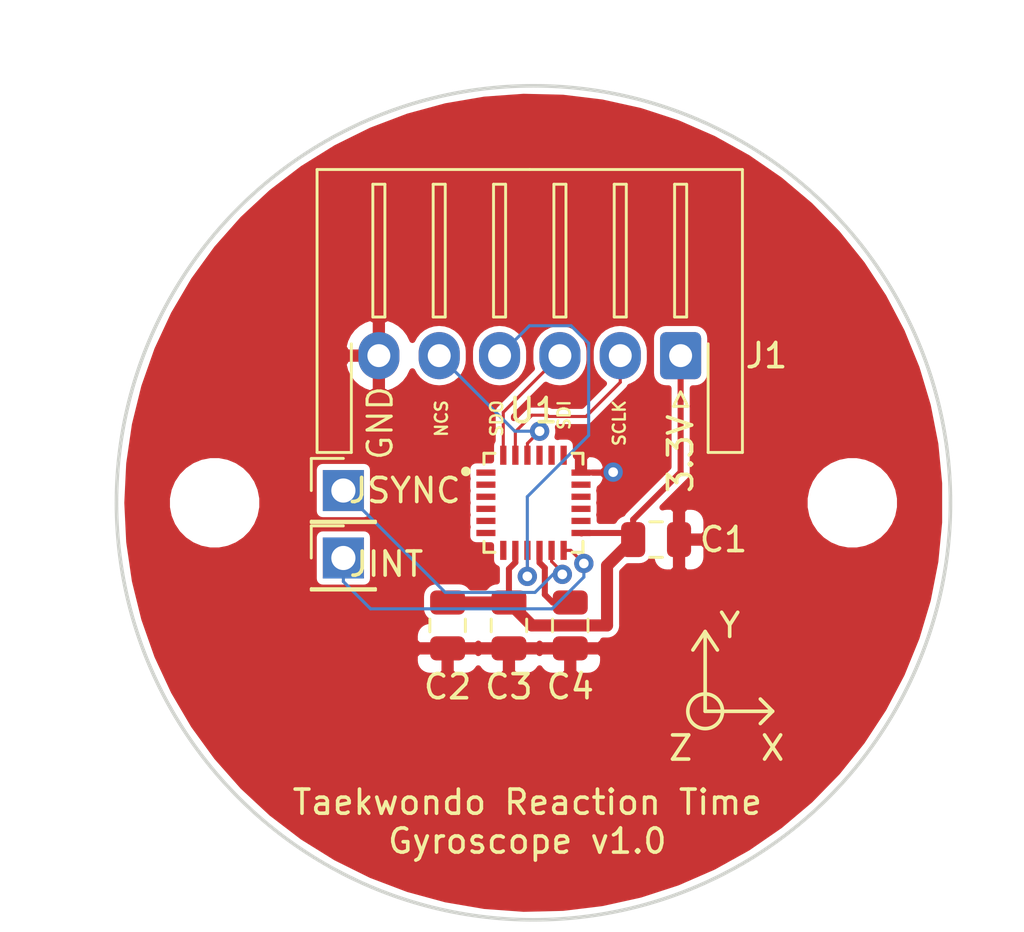
<source format=kicad_pcb>
(kicad_pcb (version 20171130) (host pcbnew "(5.1.10)-1")

  (general
    (thickness 1.6)
    (drawings 20)
    (tracks 62)
    (zones 0)
    (modules 10)
    (nets 10)
  )

  (page A4)
  (layers
    (0 F.Cu signal)
    (31 B.Cu signal)
    (32 B.Adhes user)
    (33 F.Adhes user)
    (34 B.Paste user)
    (35 F.Paste user)
    (36 B.SilkS user)
    (37 F.SilkS user)
    (38 B.Mask user)
    (39 F.Mask user)
    (40 Dwgs.User user)
    (41 Cmts.User user)
    (42 Eco1.User user)
    (43 Eco2.User user)
    (44 Edge.Cuts user)
    (45 Margin user)
    (46 B.CrtYd user)
    (47 F.CrtYd user)
    (48 B.Fab user)
    (49 F.Fab user hide)
  )

  (setup
    (last_trace_width 0.25)
    (user_trace_width 0.128)
    (user_trace_width 0.25)
    (user_trace_width 0.5)
    (user_trace_width 1)
    (trace_clearance 0.2)
    (zone_clearance 0.25)
    (zone_45_only no)
    (trace_min 0.128)
    (via_size 0.8)
    (via_drill 0.4)
    (via_min_size 0.6)
    (via_min_drill 0.3)
    (user_via 0.6 0.3)
    (uvia_size 0.3)
    (uvia_drill 0.1)
    (uvias_allowed no)
    (uvia_min_size 0.2)
    (uvia_min_drill 0.1)
    (edge_width 0.05)
    (segment_width 0.2)
    (pcb_text_width 0.3)
    (pcb_text_size 1.5 1.5)
    (mod_edge_width 0.12)
    (mod_text_size 1 1)
    (mod_text_width 0.15)
    (pad_size 1.524 1.524)
    (pad_drill 0.762)
    (pad_to_mask_clearance 0)
    (aux_axis_origin 0 0)
    (visible_elements 7FFFFFFF)
    (pcbplotparams
      (layerselection 0x010fc_ffffffff)
      (usegerberextensions false)
      (usegerberattributes true)
      (usegerberadvancedattributes true)
      (creategerberjobfile true)
      (excludeedgelayer true)
      (linewidth 0.100000)
      (plotframeref false)
      (viasonmask false)
      (mode 1)
      (useauxorigin false)
      (hpglpennumber 1)
      (hpglpenspeed 20)
      (hpglpendiameter 15.000000)
      (psnegative false)
      (psa4output false)
      (plotreference true)
      (plotvalue true)
      (plotinvisibletext false)
      (padsonsilk false)
      (subtractmaskfromsilk false)
      (outputformat 1)
      (mirror false)
      (drillshape 0)
      (scaleselection 1)
      (outputdirectory "v1-export/"))
  )

  (net 0 "")
  (net 1 GND)
  (net 2 +3V3)
  (net 3 "Net-(C4-Pad2)")
  (net 4 SCL-SCLK)
  (net 5 SDA-SDI)
  (net 6 AD0-SDO)
  (net 7 NCS)
  (net 8 INT)
  (net 9 FSYNC)

  (net_class Default "This is the default net class."
    (clearance 0.2)
    (trace_width 0.25)
    (via_dia 0.8)
    (via_drill 0.4)
    (uvia_dia 0.3)
    (uvia_drill 0.1)
    (add_net +3V3)
    (add_net AD0-SDO)
    (add_net FSYNC)
    (add_net GND)
    (add_net INT)
    (add_net NCS)
    (add_net "Net-(C4-Pad2)")
    (add_net SCL-SCLK)
    (add_net SDA-SDI)
  )

  (module MountingHole:MountingHole_3.2mm_M3 (layer F.Cu) (tedit 56D1B4CB) (tstamp 60F4E8E6)
    (at 94.488 43.18)
    (descr "Mounting Hole 3.2mm, no annular, M3")
    (tags "mounting hole 3.2mm no annular m3")
    (path /60F77F00)
    (attr virtual)
    (fp_text reference H2 (at 0 -4.2) (layer F.Fab)
      (effects (font (size 1 1) (thickness 0.15)))
    )
    (fp_text value MountingHole (at 0 4.2) (layer F.Fab)
      (effects (font (size 1 1) (thickness 0.15)))
    )
    (fp_circle (center 0 0) (end 3.45 0) (layer F.CrtYd) (width 0.05))
    (fp_circle (center 0 0) (end 3.2 0) (layer Cmts.User) (width 0.15))
    (fp_text user %R (at 0.3 0) (layer F.Fab)
      (effects (font (size 1 1) (thickness 0.15)))
    )
    (pad 1 np_thru_hole circle (at 0 0) (size 3.2 3.2) (drill 3.2) (layers *.Cu *.Mask))
  )

  (module MountingHole:MountingHole_3.2mm_M3 (layer F.Cu) (tedit 56D1B4CB) (tstamp 60F4E8DE)
    (at 68.072 43.18)
    (descr "Mounting Hole 3.2mm, no annular, M3")
    (tags "mounting hole 3.2mm no annular m3")
    (path /60F7765E)
    (attr virtual)
    (fp_text reference H1 (at 0 -4.2) (layer F.Fab)
      (effects (font (size 1 1) (thickness 0.15)))
    )
    (fp_text value MountingHole (at 0 4.2) (layer F.Fab)
      (effects (font (size 1 1) (thickness 0.15)))
    )
    (fp_circle (center 0 0) (end 3.45 0) (layer F.CrtYd) (width 0.05))
    (fp_circle (center 0 0) (end 3.2 0) (layer Cmts.User) (width 0.15))
    (fp_text user %R (at 0.3 0) (layer F.Fab)
      (effects (font (size 1 1) (thickness 0.15)))
    )
    (pad 1 np_thru_hole circle (at 0 0) (size 3.2 3.2) (drill 3.2) (layers *.Cu *.Mask))
  )

  (module Connector_PinHeader_2.54mm:PinHeader_1x01_P2.54mm_Vertical (layer F.Cu) (tedit 59FED5CC) (tstamp 60F485ED)
    (at 73.406 42.672)
    (descr "Through hole straight pin header, 1x01, 2.54mm pitch, single row")
    (tags "Through hole pin header THT 1x01 2.54mm single row")
    (path /60F42E3F)
    (fp_text reference JSYNC (at 2.54 0) (layer F.SilkS)
      (effects (font (size 1 1) (thickness 0.15)))
    )
    (fp_text value Conn_01x01 (at 0 2.33) (layer F.Fab)
      (effects (font (size 1 1) (thickness 0.15)))
    )
    (fp_line (start -0.635 -1.27) (end 1.27 -1.27) (layer F.Fab) (width 0.1))
    (fp_line (start 1.27 -1.27) (end 1.27 1.27) (layer F.Fab) (width 0.1))
    (fp_line (start 1.27 1.27) (end -1.27 1.27) (layer F.Fab) (width 0.1))
    (fp_line (start -1.27 1.27) (end -1.27 -0.635) (layer F.Fab) (width 0.1))
    (fp_line (start -1.27 -0.635) (end -0.635 -1.27) (layer F.Fab) (width 0.1))
    (fp_line (start -1.33 1.33) (end 1.33 1.33) (layer F.SilkS) (width 0.12))
    (fp_line (start -1.33 1.27) (end -1.33 1.33) (layer F.SilkS) (width 0.12))
    (fp_line (start 1.33 1.27) (end 1.33 1.33) (layer F.SilkS) (width 0.12))
    (fp_line (start -1.33 1.27) (end 1.33 1.27) (layer F.SilkS) (width 0.12))
    (fp_line (start -1.33 0) (end -1.33 -1.33) (layer F.SilkS) (width 0.12))
    (fp_line (start -1.33 -1.33) (end 0 -1.33) (layer F.SilkS) (width 0.12))
    (fp_line (start -1.8 -1.8) (end -1.8 1.8) (layer F.CrtYd) (width 0.05))
    (fp_line (start -1.8 1.8) (end 1.8 1.8) (layer F.CrtYd) (width 0.05))
    (fp_line (start 1.8 1.8) (end 1.8 -1.8) (layer F.CrtYd) (width 0.05))
    (fp_line (start 1.8 -1.8) (end -1.8 -1.8) (layer F.CrtYd) (width 0.05))
    (fp_text user %R (at 0 0 90) (layer F.Fab)
      (effects (font (size 1 1) (thickness 0.15)))
    )
    (pad 1 thru_hole rect (at 0 0) (size 1.7 1.7) (drill 1) (layers *.Cu *.Mask)
      (net 9 FSYNC))
    (model ${KISYS3DMOD}/Connector_PinHeader_2.54mm.3dshapes/PinHeader_1x01_P2.54mm_Vertical.wrl
      (at (xyz 0 0 0))
      (scale (xyz 1 1 1))
      (rotate (xyz 0 0 0))
    )
  )

  (module Connector_JST:JST_XH_S6B-XH-A-1_1x06_P2.50mm_Horizontal (layer F.Cu) (tedit 5C281476) (tstamp 60F485C3)
    (at 87.376 37.084 180)
    (descr "JST XH series connector, S6B-XH-A-1 (http://www.jst-mfg.com/product/pdf/eng/eXH.pdf), generated with kicad-footprint-generator")
    (tags "connector JST XH horizontal")
    (path /60E2DCCF)
    (fp_text reference J1 (at -3.556 0) (layer F.SilkS)
      (effects (font (size 1 1) (thickness 0.15)))
    )
    (fp_text value Conn_01x06 (at 6.25 8.8) (layer F.Fab)
      (effects (font (size 1 1) (thickness 0.15)))
    )
    (fp_line (start 0 -0.4) (end 0.625 0.6) (layer F.Fab) (width 0.1))
    (fp_line (start -0.625 0.6) (end 0 -0.4) (layer F.Fab) (width 0.1))
    (fp_line (start 0.3 -2.1) (end 0 -1.5) (layer F.SilkS) (width 0.12))
    (fp_line (start -0.3 -2.1) (end 0.3 -2.1) (layer F.SilkS) (width 0.12))
    (fp_line (start 0 -1.5) (end -0.3 -2.1) (layer F.SilkS) (width 0.12))
    (fp_line (start 12.75 1.6) (end 12.25 1.6) (layer F.SilkS) (width 0.12))
    (fp_line (start 12.75 7.1) (end 12.75 1.6) (layer F.SilkS) (width 0.12))
    (fp_line (start 12.25 7.1) (end 12.75 7.1) (layer F.SilkS) (width 0.12))
    (fp_line (start 12.25 1.6) (end 12.25 7.1) (layer F.SilkS) (width 0.12))
    (fp_line (start 10.25 1.6) (end 9.75 1.6) (layer F.SilkS) (width 0.12))
    (fp_line (start 10.25 7.1) (end 10.25 1.6) (layer F.SilkS) (width 0.12))
    (fp_line (start 9.75 7.1) (end 10.25 7.1) (layer F.SilkS) (width 0.12))
    (fp_line (start 9.75 1.6) (end 9.75 7.1) (layer F.SilkS) (width 0.12))
    (fp_line (start 7.75 1.6) (end 7.25 1.6) (layer F.SilkS) (width 0.12))
    (fp_line (start 7.75 7.1) (end 7.75 1.6) (layer F.SilkS) (width 0.12))
    (fp_line (start 7.25 7.1) (end 7.75 7.1) (layer F.SilkS) (width 0.12))
    (fp_line (start 7.25 1.6) (end 7.25 7.1) (layer F.SilkS) (width 0.12))
    (fp_line (start 5.25 1.6) (end 4.75 1.6) (layer F.SilkS) (width 0.12))
    (fp_line (start 5.25 7.1) (end 5.25 1.6) (layer F.SilkS) (width 0.12))
    (fp_line (start 4.75 7.1) (end 5.25 7.1) (layer F.SilkS) (width 0.12))
    (fp_line (start 4.75 1.6) (end 4.75 7.1) (layer F.SilkS) (width 0.12))
    (fp_line (start 2.75 1.6) (end 2.25 1.6) (layer F.SilkS) (width 0.12))
    (fp_line (start 2.75 7.1) (end 2.75 1.6) (layer F.SilkS) (width 0.12))
    (fp_line (start 2.25 7.1) (end 2.75 7.1) (layer F.SilkS) (width 0.12))
    (fp_line (start 2.25 1.6) (end 2.25 7.1) (layer F.SilkS) (width 0.12))
    (fp_line (start 0.25 1.6) (end -0.25 1.6) (layer F.SilkS) (width 0.12))
    (fp_line (start 0.25 7.1) (end 0.25 1.6) (layer F.SilkS) (width 0.12))
    (fp_line (start -0.25 7.1) (end 0.25 7.1) (layer F.SilkS) (width 0.12))
    (fp_line (start -0.25 1.6) (end -0.25 7.1) (layer F.SilkS) (width 0.12))
    (fp_line (start 13.75 0.6) (end 6.25 0.6) (layer F.Fab) (width 0.1))
    (fp_line (start 13.75 -3.9) (end 13.75 0.6) (layer F.Fab) (width 0.1))
    (fp_line (start 14.95 -3.9) (end 13.75 -3.9) (layer F.Fab) (width 0.1))
    (fp_line (start 14.95 7.6) (end 14.95 -3.9) (layer F.Fab) (width 0.1))
    (fp_line (start 6.25 7.6) (end 14.95 7.6) (layer F.Fab) (width 0.1))
    (fp_line (start -1.25 0.6) (end 6.25 0.6) (layer F.Fab) (width 0.1))
    (fp_line (start -1.25 -3.9) (end -1.25 0.6) (layer F.Fab) (width 0.1))
    (fp_line (start -2.45 -3.9) (end -1.25 -3.9) (layer F.Fab) (width 0.1))
    (fp_line (start -2.45 7.6) (end -2.45 -3.9) (layer F.Fab) (width 0.1))
    (fp_line (start 6.25 7.6) (end -2.45 7.6) (layer F.Fab) (width 0.1))
    (fp_line (start 13.64 -4.01) (end 13.64 0.49) (layer F.SilkS) (width 0.12))
    (fp_line (start 15.06 -4.01) (end 13.64 -4.01) (layer F.SilkS) (width 0.12))
    (fp_line (start 15.06 7.71) (end 15.06 -4.01) (layer F.SilkS) (width 0.12))
    (fp_line (start 6.25 7.71) (end 15.06 7.71) (layer F.SilkS) (width 0.12))
    (fp_line (start -1.14 -4.01) (end -1.14 0.49) (layer F.SilkS) (width 0.12))
    (fp_line (start -2.56 -4.01) (end -1.14 -4.01) (layer F.SilkS) (width 0.12))
    (fp_line (start -2.56 7.71) (end -2.56 -4.01) (layer F.SilkS) (width 0.12))
    (fp_line (start 6.25 7.71) (end -2.56 7.71) (layer F.SilkS) (width 0.12))
    (fp_line (start 15.45 -4.4) (end -2.95 -4.4) (layer F.CrtYd) (width 0.05))
    (fp_line (start 15.45 8.1) (end 15.45 -4.4) (layer F.CrtYd) (width 0.05))
    (fp_line (start -2.95 8.1) (end 15.45 8.1) (layer F.CrtYd) (width 0.05))
    (fp_line (start -2.95 -4.4) (end -2.95 8.1) (layer F.CrtYd) (width 0.05))
    (fp_text user %R (at 6.25 1.85) (layer F.Fab)
      (effects (font (size 1 1) (thickness 0.15)))
    )
    (pad 1 thru_hole roundrect (at 0 0 180) (size 1.7 1.95) (drill 0.95) (layers *.Cu *.Mask) (roundrect_rratio 0.1470588235294118)
      (net 2 +3V3))
    (pad 2 thru_hole oval (at 2.5 0 180) (size 1.7 1.95) (drill 0.95) (layers *.Cu *.Mask)
      (net 4 SCL-SCLK))
    (pad 3 thru_hole oval (at 5 0 180) (size 1.7 1.95) (drill 0.95) (layers *.Cu *.Mask)
      (net 5 SDA-SDI))
    (pad 4 thru_hole oval (at 7.5 0 180) (size 1.7 1.95) (drill 0.95) (layers *.Cu *.Mask)
      (net 6 AD0-SDO))
    (pad 5 thru_hole oval (at 10 0 180) (size 1.7 1.95) (drill 0.95) (layers *.Cu *.Mask)
      (net 7 NCS))
    (pad 6 thru_hole oval (at 12.5 0 180) (size 1.7 1.95) (drill 0.95) (layers *.Cu *.Mask)
      (net 1 GND))
    (model ${KISYS3DMOD}/Connector_JST.3dshapes/JST_XH_S6B-XH-A-1_1x06_P2.50mm_Horizontal.wrl
      (at (xyz 0 0 0))
      (scale (xyz 1 1 1))
      (rotate (xyz 0 0 0))
    )
  )

  (module Capacitor_SMD:C_0805_2012Metric (layer F.Cu) (tedit 5F68FEEE) (tstamp 60F48576)
    (at 86.36 44.704)
    (descr "Capacitor SMD 0805 (2012 Metric), square (rectangular) end terminal, IPC_7351 nominal, (Body size source: IPC-SM-782 page 76, https://www.pcb-3d.com/wordpress/wp-content/uploads/ipc-sm-782a_amendment_1_and_2.pdf, https://docs.google.com/spreadsheets/d/1BsfQQcO9C6DZCsRaXUlFlo91Tg2WpOkGARC1WS5S8t0/edit?usp=sharing), generated with kicad-footprint-generator")
    (tags capacitor)
    (path /60E57D9E)
    (attr smd)
    (fp_text reference C1 (at 2.794 0 180) (layer F.SilkS)
      (effects (font (size 1 1) (thickness 0.15)))
    )
    (fp_text value 10nF (at 0 1.68) (layer F.Fab)
      (effects (font (size 1 1) (thickness 0.15)))
    )
    (fp_line (start 1.7 0.98) (end -1.7 0.98) (layer F.CrtYd) (width 0.05))
    (fp_line (start 1.7 -0.98) (end 1.7 0.98) (layer F.CrtYd) (width 0.05))
    (fp_line (start -1.7 -0.98) (end 1.7 -0.98) (layer F.CrtYd) (width 0.05))
    (fp_line (start -1.7 0.98) (end -1.7 -0.98) (layer F.CrtYd) (width 0.05))
    (fp_line (start -0.261252 0.735) (end 0.261252 0.735) (layer F.SilkS) (width 0.12))
    (fp_line (start -0.261252 -0.735) (end 0.261252 -0.735) (layer F.SilkS) (width 0.12))
    (fp_line (start 1 0.625) (end -1 0.625) (layer F.Fab) (width 0.1))
    (fp_line (start 1 -0.625) (end 1 0.625) (layer F.Fab) (width 0.1))
    (fp_line (start -1 -0.625) (end 1 -0.625) (layer F.Fab) (width 0.1))
    (fp_line (start -1 0.625) (end -1 -0.625) (layer F.Fab) (width 0.1))
    (fp_text user %R (at 0 0) (layer F.Fab)
      (effects (font (size 0.5 0.5) (thickness 0.08)))
    )
    (pad 2 smd roundrect (at 0.95 0) (size 1 1.45) (layers F.Cu F.Paste F.Mask) (roundrect_rratio 0.25)
      (net 1 GND))
    (pad 1 smd roundrect (at -0.95 0) (size 1 1.45) (layers F.Cu F.Paste F.Mask) (roundrect_rratio 0.25)
      (net 2 +3V3))
    (model ${KISYS3DMOD}/Capacitor_SMD.3dshapes/C_0805_2012Metric.wrl
      (at (xyz 0 0 0))
      (scale (xyz 1 1 1))
      (rotate (xyz 0 0 0))
    )
  )

  (module Capacitor_SMD:C_0805_2012Metric (layer F.Cu) (tedit 5F68FEEE) (tstamp 60F48587)
    (at 77.724 48.26 270)
    (descr "Capacitor SMD 0805 (2012 Metric), square (rectangular) end terminal, IPC_7351 nominal, (Body size source: IPC-SM-782 page 76, https://www.pcb-3d.com/wordpress/wp-content/uploads/ipc-sm-782a_amendment_1_and_2.pdf, https://docs.google.com/spreadsheets/d/1BsfQQcO9C6DZCsRaXUlFlo91Tg2WpOkGARC1WS5S8t0/edit?usp=sharing), generated with kicad-footprint-generator")
    (tags capacitor)
    (path /60E4ACB3)
    (attr smd)
    (fp_text reference C2 (at 2.54 0 180) (layer F.SilkS)
      (effects (font (size 1 1) (thickness 0.15)))
    )
    (fp_text value 2.2uF (at 0 1.68 90) (layer F.Fab)
      (effects (font (size 1 1) (thickness 0.15)))
    )
    (fp_line (start 1.7 0.98) (end -1.7 0.98) (layer F.CrtYd) (width 0.05))
    (fp_line (start 1.7 -0.98) (end 1.7 0.98) (layer F.CrtYd) (width 0.05))
    (fp_line (start -1.7 -0.98) (end 1.7 -0.98) (layer F.CrtYd) (width 0.05))
    (fp_line (start -1.7 0.98) (end -1.7 -0.98) (layer F.CrtYd) (width 0.05))
    (fp_line (start -0.261252 0.735) (end 0.261252 0.735) (layer F.SilkS) (width 0.12))
    (fp_line (start -0.261252 -0.735) (end 0.261252 -0.735) (layer F.SilkS) (width 0.12))
    (fp_line (start 1 0.625) (end -1 0.625) (layer F.Fab) (width 0.1))
    (fp_line (start 1 -0.625) (end 1 0.625) (layer F.Fab) (width 0.1))
    (fp_line (start -1 -0.625) (end 1 -0.625) (layer F.Fab) (width 0.1))
    (fp_line (start -1 0.625) (end -1 -0.625) (layer F.Fab) (width 0.1))
    (fp_text user %R (at 0 0 90) (layer F.Fab)
      (effects (font (size 0.5 0.5) (thickness 0.08)))
    )
    (pad 2 smd roundrect (at 0.95 0 270) (size 1 1.45) (layers F.Cu F.Paste F.Mask) (roundrect_rratio 0.25)
      (net 1 GND))
    (pad 1 smd roundrect (at -0.95 0 270) (size 1 1.45) (layers F.Cu F.Paste F.Mask) (roundrect_rratio 0.25)
      (net 2 +3V3))
    (model ${KISYS3DMOD}/Capacitor_SMD.3dshapes/C_0805_2012Metric.wrl
      (at (xyz 0 0 0))
      (scale (xyz 1 1 1))
      (rotate (xyz 0 0 0))
    )
  )

  (module Capacitor_SMD:C_0805_2012Metric (layer F.Cu) (tedit 5F68FEEE) (tstamp 60F48598)
    (at 80.264 48.26 270)
    (descr "Capacitor SMD 0805 (2012 Metric), square (rectangular) end terminal, IPC_7351 nominal, (Body size source: IPC-SM-782 page 76, https://www.pcb-3d.com/wordpress/wp-content/uploads/ipc-sm-782a_amendment_1_and_2.pdf, https://docs.google.com/spreadsheets/d/1BsfQQcO9C6DZCsRaXUlFlo91Tg2WpOkGARC1WS5S8t0/edit?usp=sharing), generated with kicad-footprint-generator")
    (tags capacitor)
    (path /60E4C1F9)
    (attr smd)
    (fp_text reference C3 (at 2.54 0 180) (layer F.SilkS)
      (effects (font (size 1 1) (thickness 0.15)))
    )
    (fp_text value 0.1uF (at 0 1.68 90) (layer F.Fab)
      (effects (font (size 1 1) (thickness 0.15)))
    )
    (fp_line (start -1 0.625) (end -1 -0.625) (layer F.Fab) (width 0.1))
    (fp_line (start -1 -0.625) (end 1 -0.625) (layer F.Fab) (width 0.1))
    (fp_line (start 1 -0.625) (end 1 0.625) (layer F.Fab) (width 0.1))
    (fp_line (start 1 0.625) (end -1 0.625) (layer F.Fab) (width 0.1))
    (fp_line (start -0.261252 -0.735) (end 0.261252 -0.735) (layer F.SilkS) (width 0.12))
    (fp_line (start -0.261252 0.735) (end 0.261252 0.735) (layer F.SilkS) (width 0.12))
    (fp_line (start -1.7 0.98) (end -1.7 -0.98) (layer F.CrtYd) (width 0.05))
    (fp_line (start -1.7 -0.98) (end 1.7 -0.98) (layer F.CrtYd) (width 0.05))
    (fp_line (start 1.7 -0.98) (end 1.7 0.98) (layer F.CrtYd) (width 0.05))
    (fp_line (start 1.7 0.98) (end -1.7 0.98) (layer F.CrtYd) (width 0.05))
    (fp_text user %R (at 0 0 90) (layer F.Fab)
      (effects (font (size 0.5 0.5) (thickness 0.08)))
    )
    (pad 1 smd roundrect (at -0.95 0 270) (size 1 1.45) (layers F.Cu F.Paste F.Mask) (roundrect_rratio 0.25)
      (net 2 +3V3))
    (pad 2 smd roundrect (at 0.95 0 270) (size 1 1.45) (layers F.Cu F.Paste F.Mask) (roundrect_rratio 0.25)
      (net 1 GND))
    (model ${KISYS3DMOD}/Capacitor_SMD.3dshapes/C_0805_2012Metric.wrl
      (at (xyz 0 0 0))
      (scale (xyz 1 1 1))
      (rotate (xyz 0 0 0))
    )
  )

  (module Capacitor_SMD:C_0805_2012Metric (layer F.Cu) (tedit 5F68FEEE) (tstamp 60F485A9)
    (at 82.804 48.26 90)
    (descr "Capacitor SMD 0805 (2012 Metric), square (rectangular) end terminal, IPC_7351 nominal, (Body size source: IPC-SM-782 page 76, https://www.pcb-3d.com/wordpress/wp-content/uploads/ipc-sm-782a_amendment_1_and_2.pdf, https://docs.google.com/spreadsheets/d/1BsfQQcO9C6DZCsRaXUlFlo91Tg2WpOkGARC1WS5S8t0/edit?usp=sharing), generated with kicad-footprint-generator")
    (tags capacitor)
    (path /60E47179)
    (attr smd)
    (fp_text reference C4 (at -2.54 0 180) (layer F.SilkS)
      (effects (font (size 1 1) (thickness 0.15)))
    )
    (fp_text value 0.47uF (at 0 1.68 90) (layer F.Fab)
      (effects (font (size 1 1) (thickness 0.15)))
    )
    (fp_line (start -1 0.625) (end -1 -0.625) (layer F.Fab) (width 0.1))
    (fp_line (start -1 -0.625) (end 1 -0.625) (layer F.Fab) (width 0.1))
    (fp_line (start 1 -0.625) (end 1 0.625) (layer F.Fab) (width 0.1))
    (fp_line (start 1 0.625) (end -1 0.625) (layer F.Fab) (width 0.1))
    (fp_line (start -0.261252 -0.735) (end 0.261252 -0.735) (layer F.SilkS) (width 0.12))
    (fp_line (start -0.261252 0.735) (end 0.261252 0.735) (layer F.SilkS) (width 0.12))
    (fp_line (start -1.7 0.98) (end -1.7 -0.98) (layer F.CrtYd) (width 0.05))
    (fp_line (start -1.7 -0.98) (end 1.7 -0.98) (layer F.CrtYd) (width 0.05))
    (fp_line (start 1.7 -0.98) (end 1.7 0.98) (layer F.CrtYd) (width 0.05))
    (fp_line (start 1.7 0.98) (end -1.7 0.98) (layer F.CrtYd) (width 0.05))
    (fp_text user %R (at 0 0 90) (layer F.Fab)
      (effects (font (size 0.5 0.5) (thickness 0.08)))
    )
    (pad 1 smd roundrect (at -0.95 0 90) (size 1 1.45) (layers F.Cu F.Paste F.Mask) (roundrect_rratio 0.25)
      (net 1 GND))
    (pad 2 smd roundrect (at 0.95 0 90) (size 1 1.45) (layers F.Cu F.Paste F.Mask) (roundrect_rratio 0.25)
      (net 3 "Net-(C4-Pad2)"))
    (model ${KISYS3DMOD}/Capacitor_SMD.3dshapes/C_0805_2012Metric.wrl
      (at (xyz 0 0 0))
      (scale (xyz 1 1 1))
      (rotate (xyz 0 0 0))
    )
  )

  (module Connector_PinHeader_2.54mm:PinHeader_1x01_P2.54mm_Vertical (layer F.Cu) (tedit 59FED5CC) (tstamp 60F485D8)
    (at 73.406 45.466)
    (descr "Through hole straight pin header, 1x01, 2.54mm pitch, single row")
    (tags "Through hole pin header THT 1x01 2.54mm single row")
    (path /60F43EC7)
    (fp_text reference JINT (at 1.778 0.254) (layer F.SilkS)
      (effects (font (size 1 1) (thickness 0.15)))
    )
    (fp_text value Conn_01x01 (at 0 2.33) (layer F.Fab)
      (effects (font (size 1 1) (thickness 0.15)))
    )
    (fp_line (start 1.8 -1.8) (end -1.8 -1.8) (layer F.CrtYd) (width 0.05))
    (fp_line (start 1.8 1.8) (end 1.8 -1.8) (layer F.CrtYd) (width 0.05))
    (fp_line (start -1.8 1.8) (end 1.8 1.8) (layer F.CrtYd) (width 0.05))
    (fp_line (start -1.8 -1.8) (end -1.8 1.8) (layer F.CrtYd) (width 0.05))
    (fp_line (start -1.33 -1.33) (end 0 -1.33) (layer F.SilkS) (width 0.12))
    (fp_line (start -1.33 0) (end -1.33 -1.33) (layer F.SilkS) (width 0.12))
    (fp_line (start -1.33 1.27) (end 1.33 1.27) (layer F.SilkS) (width 0.12))
    (fp_line (start 1.33 1.27) (end 1.33 1.33) (layer F.SilkS) (width 0.12))
    (fp_line (start -1.33 1.27) (end -1.33 1.33) (layer F.SilkS) (width 0.12))
    (fp_line (start -1.33 1.33) (end 1.33 1.33) (layer F.SilkS) (width 0.12))
    (fp_line (start -1.27 -0.635) (end -0.635 -1.27) (layer F.Fab) (width 0.1))
    (fp_line (start -1.27 1.27) (end -1.27 -0.635) (layer F.Fab) (width 0.1))
    (fp_line (start 1.27 1.27) (end -1.27 1.27) (layer F.Fab) (width 0.1))
    (fp_line (start 1.27 -1.27) (end 1.27 1.27) (layer F.Fab) (width 0.1))
    (fp_line (start -0.635 -1.27) (end 1.27 -1.27) (layer F.Fab) (width 0.1))
    (fp_text user %R (at 0 0 90) (layer F.Fab)
      (effects (font (size 1 1) (thickness 0.15)))
    )
    (pad 1 thru_hole rect (at 0 0) (size 1.7 1.7) (drill 1) (layers *.Cu *.Mask)
      (net 8 INT))
    (model ${KISYS3DMOD}/Connector_PinHeader_2.54mm.3dshapes/PinHeader_1x01_P2.54mm_Vertical.wrl
      (at (xyz 0 0 0))
      (scale (xyz 1 1 1))
      (rotate (xyz 0 0 0))
    )
  )

  (module Downloads:QFN50P400X400X95-24N (layer F.Cu) (tedit 60E3944D) (tstamp 60F4861D)
    (at 81.28 43.18)
    (path /60E3981C)
    (fp_text reference U1 (at -0.00001 -3.81643) (layer F.SilkS)
      (effects (font (size 1.001685 1.001685) (thickness 0.15)))
    )
    (fp_text value ICM-20689 (at 0 0) (layer F.Fab)
      (effects (font (size 1.000496 1.000496) (thickness 0.15)))
    )
    (fp_poly (pts (xy -1.35 -1.3) (xy 1.35 -1.3) (xy 1.35 1.3) (xy -1.35 1.3)) (layer Dwgs.User) (width 0.01))
    (fp_poly (pts (xy -1.35 -1.3) (xy 1.35 -1.3) (xy 1.35 1.3) (xy -1.35 1.3)) (layer Dwgs.User) (width 0.01))
    (fp_line (start -2.62 2.62) (end -2.62 -2.62) (layer F.CrtYd) (width 0.05))
    (fp_line (start 2.62 2.62) (end -2.62 2.62) (layer F.CrtYd) (width 0.05))
    (fp_line (start 2.62 -2.62) (end 2.62 2.62) (layer F.CrtYd) (width 0.05))
    (fp_line (start -2.62 -2.62) (end 2.62 -2.62) (layer F.CrtYd) (width 0.05))
    (fp_circle (center -1.6 -1.6) (end -1.5 -1.6) (layer F.Fab) (width 0.2))
    (fp_circle (center -2.8 -1.3) (end -2.7 -1.3) (layer F.SilkS) (width 0.2))
    (fp_line (start -1.6 2.05) (end -2.05 2.05) (layer F.SilkS) (width 0.127))
    (fp_line (start -2.05 1.6) (end -2.05 2.05) (layer F.SilkS) (width 0.127))
    (fp_line (start 2.05 1.6) (end 2.05 2.05) (layer F.SilkS) (width 0.127))
    (fp_line (start 2.05 2.05) (end 1.6 2.05) (layer F.SilkS) (width 0.127))
    (fp_line (start 2.05 -2.05) (end 2.05 -1.6) (layer F.SilkS) (width 0.127))
    (fp_line (start 2.05 -2.05) (end 1.6 -2.05) (layer F.SilkS) (width 0.127))
    (fp_line (start -2.05 -2.05) (end -2.05 -1.6) (layer F.SilkS) (width 0.127))
    (fp_line (start -1.6 -2.05) (end -2.05 -2.05) (layer F.SilkS) (width 0.127))
    (fp_line (start -2.05 2.05) (end -2.05 -2.05) (layer F.Fab) (width 0.127))
    (fp_line (start 2.05 2.05) (end -2.05 2.05) (layer F.Fab) (width 0.127))
    (fp_line (start 2.05 -2.05) (end 2.05 2.05) (layer F.Fab) (width 0.127))
    (fp_line (start -2.05 -2.05) (end 2.05 -2.05) (layer F.Fab) (width 0.127))
    (pad 24 smd rect (at -1.25 -1.97) (size 0.26 0.79) (layers F.Cu F.Paste F.Mask)
      (net 5 SDA-SDI))
    (pad 23 smd rect (at -0.75 -1.97) (size 0.26 0.79) (layers F.Cu F.Paste F.Mask)
      (net 4 SCL-SCLK))
    (pad 22 smd rect (at -0.25 -1.97) (size 0.26 0.79) (layers F.Cu F.Paste F.Mask)
      (net 7 NCS))
    (pad 21 smd rect (at 0.25 -1.97) (size 0.26 0.79) (layers F.Cu F.Paste F.Mask))
    (pad 20 smd rect (at 0.75 -1.97) (size 0.26 0.79) (layers F.Cu F.Paste F.Mask))
    (pad 19 smd rect (at 1.25 -1.97) (size 0.26 0.79) (layers F.Cu F.Paste F.Mask))
    (pad 18 smd rect (at 1.97 -1.25) (size 0.79 0.26) (layers F.Cu F.Paste F.Mask)
      (net 1 GND))
    (pad 17 smd rect (at 1.97 -0.75) (size 0.79 0.26) (layers F.Cu F.Paste F.Mask))
    (pad 16 smd rect (at 1.97 -0.25) (size 0.79 0.26) (layers F.Cu F.Paste F.Mask))
    (pad 15 smd rect (at 1.97 0.25) (size 0.79 0.26) (layers F.Cu F.Paste F.Mask))
    (pad 14 smd rect (at 1.97 0.75) (size 0.79 0.26) (layers F.Cu F.Paste F.Mask))
    (pad 13 smd rect (at 1.97 1.25) (size 0.79 0.26) (layers F.Cu F.Paste F.Mask)
      (net 2 +3V3))
    (pad 12 smd rect (at 1.25 1.97) (size 0.26 0.79) (layers F.Cu F.Paste F.Mask)
      (net 8 INT))
    (pad 11 smd rect (at 0.75 1.97) (size 0.26 0.79) (layers F.Cu F.Paste F.Mask)
      (net 9 FSYNC))
    (pad 10 smd rect (at 0.25 1.97) (size 0.26 0.79) (layers F.Cu F.Paste F.Mask)
      (net 3 "Net-(C4-Pad2)"))
    (pad 9 smd rect (at -0.25 1.97) (size 0.26 0.79) (layers F.Cu F.Paste F.Mask)
      (net 6 AD0-SDO))
    (pad 8 smd rect (at -0.75 1.97) (size 0.26 0.79) (layers F.Cu F.Paste F.Mask)
      (net 2 +3V3))
    (pad 7 smd rect (at -1.25 1.97) (size 0.26 0.79) (layers F.Cu F.Paste F.Mask))
    (pad 6 smd rect (at -1.97 1.25) (size 0.79 0.26) (layers F.Cu F.Paste F.Mask))
    (pad 5 smd rect (at -1.97 0.75) (size 0.79 0.26) (layers F.Cu F.Paste F.Mask))
    (pad 4 smd rect (at -1.97 0.25) (size 0.79 0.26) (layers F.Cu F.Paste F.Mask))
    (pad 3 smd rect (at -1.97 -0.25) (size 0.79 0.26) (layers F.Cu F.Paste F.Mask))
    (pad 2 smd rect (at -1.97 -0.75) (size 0.79 0.26) (layers F.Cu F.Paste F.Mask))
    (pad 1 smd rect (at -1.97 -1.25) (size 0.79 0.26) (layers F.Cu F.Paste F.Mask))
  )

  (gr_text SDI (at 82.55 39.544667 90) (layer F.SilkS) (tstamp 60F5372F)
    (effects (font (size 0.5 0.5) (thickness 0.1)))
  )
  (gr_text SDO (at 79.756 39.687524 90) (layer F.SilkS) (tstamp 60F536ED)
    (effects (font (size 0.5 0.5) (thickness 0.1)))
  )
  (gr_text NCS (at 77.47 39.687524 90) (layer F.SilkS) (tstamp 60F5362F)
    (effects (font (size 0.5 0.5) (thickness 0.1)))
  )
  (gr_text SCLK (at 84.836 39.878 90) (layer F.SilkS)
    (effects (font (size 0.5 0.5) (thickness 0.1)))
  )
  (gr_text 3.3V (at 87.376 41.148 90) (layer F.SilkS)
    (effects (font (size 1 1) (thickness 0.15)))
  )
  (gr_text GND (at 74.93 39.878 90) (layer F.SilkS)
    (effects (font (size 1 1) (thickness 0.128)))
  )
  (gr_text "Taekwondo Reaction Time\nGyroscope v1.0" (at 81.026 56.388) (layer F.SilkS)
    (effects (font (size 1 1) (thickness 0.15)))
  )
  (gr_text Z (at 87.376 53.34) (layer F.SilkS)
    (effects (font (size 1 1) (thickness 0.15)))
  )
  (gr_text Y (at 89.408 48.26) (layer F.SilkS)
    (effects (font (size 1 1) (thickness 0.15)))
  )
  (gr_text X (at 91.186 53.34) (layer F.SilkS)
    (effects (font (size 1 1) (thickness 0.15)))
  )
  (gr_circle (center 88.392 51.816) (end 89.11042 51.816) (layer F.SilkS) (width 0.15))
  (gr_line (start 91.186 51.816) (end 90.678 52.324) (layer F.SilkS) (width 0.15))
  (gr_line (start 90.678 51.308) (end 91.186 51.816) (layer F.SilkS) (width 0.15) (tstamp 60F499EF))
  (gr_line (start 91.186 51.816) (end 90.678 51.308) (layer Dwgs.User) (width 0.15))
  (gr_line (start 88.392 51.816) (end 91.186 51.816) (layer F.SilkS) (width 0.15))
  (gr_line (start 88.392 48.514) (end 88.9 49.276) (layer F.SilkS) (width 0.15))
  (gr_line (start 87.884 49.276) (end 88.392 48.514) (layer F.SilkS) (width 0.15) (tstamp 60F499EE))
  (gr_line (start 88.392 48.514) (end 87.884 49.276) (layer Dwgs.User) (width 0.15))
  (gr_line (start 88.392 51.816) (end 88.392 48.514) (layer F.SilkS) (width 0.15))
  (gr_circle (center 81.28 43.18) (end 98.552 42.926) (layer Edge.Cuts) (width 0.15))

  (via (at 84.582 41.91) (size 0.8) (drill 0.4) (layers F.Cu B.Cu) (net 1))
  (segment (start 84.562 41.93) (end 84.582 41.91) (width 0.128) (layer F.Cu) (net 1))
  (segment (start 83.25 41.93) (end 84.562 41.93) (width 0.128) (layer F.Cu) (net 1))
  (segment (start 83.27 44.45) (end 83.25 44.43) (width 0.25) (layer F.Cu) (net 2))
  (segment (start 77.724 47.31) (end 80.264 47.31) (width 0.5) (layer F.Cu) (net 2))
  (segment (start 84.328 48.26) (end 84.328 45.786) (width 0.5) (layer F.Cu) (net 2))
  (segment (start 84.328 45.786) (end 85.41 44.704) (width 0.5) (layer F.Cu) (net 2))
  (segment (start 81.214 48.26) (end 84.328 48.26) (width 0.5) (layer F.Cu) (net 2))
  (segment (start 80.264 47.31) (end 81.214 48.26) (width 0.5) (layer F.Cu) (net 2))
  (segment (start 85.136 44.43) (end 85.41 44.704) (width 0.25) (layer F.Cu) (net 2))
  (segment (start 83.25 44.43) (end 85.136 44.43) (width 0.25) (layer F.Cu) (net 2))
  (segment (start 80.53 45.650996) (end 80.264 45.916996) (width 0.25) (layer F.Cu) (net 2))
  (segment (start 80.53 45.15) (end 80.53 45.650996) (width 0.25) (layer F.Cu) (net 2))
  (segment (start 80.264 45.916996) (end 80.264 47.31) (width 0.25) (layer F.Cu) (net 2))
  (segment (start 85.41 44.704) (end 85.41 43.876) (width 0.25) (layer F.Cu) (net 2))
  (segment (start 87.376 41.91) (end 87.376 37.084) (width 0.25) (layer F.Cu) (net 2))
  (segment (start 85.41 43.876) (end 87.376 41.91) (width 0.25) (layer F.Cu) (net 2))
  (segment (start 81.53 45.658996) (end 81.53 45.15) (width 0.25) (layer F.Cu) (net 3))
  (segment (start 81.751002 45.879998) (end 81.53 45.658996) (width 0.25) (layer F.Cu) (net 3))
  (segment (start 81.751002 46.982002) (end 81.751002 45.879998) (width 0.25) (layer F.Cu) (net 3))
  (segment (start 82.079 47.31) (end 81.751002 46.982002) (width 0.25) (layer F.Cu) (net 3))
  (segment (start 82.804 47.31) (end 82.079 47.31) (width 0.25) (layer F.Cu) (net 3))
  (segment (start 80.53 41.21) (end 80.53 40.236274) (width 0.128) (layer F.Cu) (net 4))
  (segment (start 80.53 40.236274) (end 81.215278 39.550996) (width 0.128) (layer F.Cu) (net 4))
  (segment (start 81.215278 39.550996) (end 81.852722 39.550996) (width 0.128) (layer F.Cu) (net 4))
  (segment (start 81.852722 39.550996) (end 81.905968 39.604242) (width 0.128) (layer F.Cu) (net 4))
  (segment (start 81.905968 39.604242) (end 83.458758 39.604242) (width 0.128) (layer F.Cu) (net 4))
  (segment (start 83.458758 39.604242) (end 84.876 38.187) (width 0.128) (layer F.Cu) (net 4))
  (segment (start 84.876 38.187) (end 84.876 37.084) (width 0.128) (layer F.Cu) (net 4))
  (segment (start 80.03 39.43) (end 82.376 37.084) (width 0.128) (layer F.Cu) (net 5))
  (segment (start 80.03 41.21) (end 80.03 39.43) (width 0.128) (layer F.Cu) (net 5))
  (via (at 81.026 46.228) (size 0.8) (drill 0.4) (layers F.Cu B.Cu) (net 6))
  (segment (start 81.03 46.224) (end 81.026 46.228) (width 0.128) (layer F.Cu) (net 6))
  (segment (start 81.03 45.15) (end 81.03 46.224) (width 0.128) (layer F.Cu) (net 6))
  (segment (start 81.11501 35.84499) (end 79.876 37.084) (width 0.128) (layer B.Cu) (net 6))
  (segment (start 82.837438 35.84499) (end 81.11501 35.84499) (width 0.128) (layer B.Cu) (net 6))
  (segment (start 83.566 36.573552) (end 82.837438 35.84499) (width 0.128) (layer B.Cu) (net 6))
  (segment (start 83.566 40.386) (end 83.566 36.573552) (width 0.128) (layer B.Cu) (net 6))
  (segment (start 81.026 42.926) (end 83.566 40.386) (width 0.128) (layer B.Cu) (net 6))
  (segment (start 81.026 46.228) (end 81.026 42.926) (width 0.128) (layer B.Cu) (net 6))
  (via (at 81.534 40.214998) (size 0.8) (drill 0.4) (layers F.Cu B.Cu) (net 7))
  (segment (start 81.03 40.718998) (end 81.534 40.214998) (width 0.128) (layer F.Cu) (net 7))
  (segment (start 81.03 41.21) (end 81.03 40.718998) (width 0.128) (layer F.Cu) (net 7))
  (segment (start 80.506998 40.214998) (end 77.376 37.084) (width 0.128) (layer B.Cu) (net 7))
  (segment (start 81.534 40.214998) (end 80.506998 40.214998) (width 0.128) (layer B.Cu) (net 7))
  (segment (start 82.55 45.17) (end 82.53 45.15) (width 0.25) (layer F.Cu) (net 8))
  (via (at 83.367437 45.691817) (size 0.8) (drill 0.4) (layers F.Cu B.Cu) (net 8))
  (segment (start 82.82562 45.15) (end 83.367437 45.691817) (width 0.128) (layer F.Cu) (net 8))
  (segment (start 82.53 45.15) (end 82.82562 45.15) (width 0.128) (layer F.Cu) (net 8))
  (segment (start 73.406 46.444) (end 74.534009 47.572009) (width 0.128) (layer B.Cu) (net 8))
  (segment (start 83.367437 46.257502) (end 83.367437 45.691817) (width 0.128) (layer B.Cu) (net 8))
  (segment (start 73.406 45.466) (end 73.406 46.444) (width 0.128) (layer B.Cu) (net 8))
  (segment (start 74.534009 47.572009) (end 82.05293 47.572009) (width 0.128) (layer B.Cu) (net 8))
  (segment (start 82.05293 47.572009) (end 83.367437 46.257502) (width 0.128) (layer B.Cu) (net 8))
  (via (at 82.476012 46.145012) (size 0.8) (drill 0.4) (layers F.Cu B.Cu) (net 9))
  (segment (start 82.03 45.15) (end 82.03 45.608852) (width 0.128) (layer F.Cu) (net 9))
  (segment (start 82.476012 46.054864) (end 82.476012 46.145012) (width 0.128) (layer F.Cu) (net 9))
  (segment (start 82.03 45.608852) (end 82.476012 46.054864) (width 0.128) (layer F.Cu) (net 9))
  (segment (start 81.344721 46.892001) (end 77.626001 46.892001) (width 0.128) (layer B.Cu) (net 9))
  (segment (start 82.476012 46.145012) (end 82.09171 46.145012) (width 0.128) (layer B.Cu) (net 9))
  (segment (start 82.09171 46.145012) (end 81.344721 46.892001) (width 0.128) (layer B.Cu) (net 9))
  (segment (start 77.626001 46.892001) (end 73.406 42.672) (width 0.128) (layer B.Cu) (net 9))

  (zone (net 1) (net_name GND) (layer F.Cu) (tstamp 60F53B68) (hatch edge 0.508)
    (connect_pads (clearance 0.25))
    (min_thickness 0.254)
    (fill yes (arc_segments 32) (thermal_gap 0.508) (thermal_bridge_width 0.508))
    (polygon
      (pts
        (xy 101.6 60.96) (xy 59.182 60.96) (xy 59.69 22.606) (xy 101.346 22.352)
      )
    )
    (filled_polygon
      (pts
        (xy 82.498489 26.402321) (xy 84.11208 26.598246) (xy 85.699229 26.948991) (xy 87.245117 27.45128) (xy 88.73531 28.100424)
        (xy 90.155895 28.890363) (xy 91.493608 29.813719) (xy 92.735959 30.861873) (xy 93.871349 32.025038) (xy 94.889177 33.292354)
        (xy 95.77994 34.651988) (xy 96.535321 36.091246) (xy 97.148267 37.59669) (xy 97.613055 39.154263) (xy 97.925346 40.749424)
        (xy 98.082224 42.367279) (xy 98.082224 43.992721) (xy 97.925346 45.610576) (xy 97.613055 47.205737) (xy 97.148267 48.76331)
        (xy 96.535321 50.268754) (xy 95.77994 51.708012) (xy 94.889177 53.067646) (xy 93.871349 54.334962) (xy 92.735959 55.498127)
        (xy 91.493608 56.546281) (xy 90.155895 57.469637) (xy 88.73531 58.259576) (xy 87.245117 58.90872) (xy 85.699229 59.411009)
        (xy 84.11208 59.761754) (xy 82.498489 59.957679) (xy 80.873521 59.996956) (xy 79.252348 59.879218) (xy 77.650107 59.605563)
        (xy 76.081757 59.178547) (xy 74.561942 58.602157) (xy 73.104851 57.881775) (xy 71.72409 57.024126) (xy 70.432549 56.037218)
        (xy 69.242289 54.930266) (xy 68.164421 53.713605) (xy 67.20901 52.398594) (xy 66.384976 50.997512) (xy 65.786702 49.71)
        (xy 76.360928 49.71) (xy 76.373188 49.834482) (xy 76.409498 49.95418) (xy 76.468463 50.064494) (xy 76.547815 50.161185)
        (xy 76.644506 50.240537) (xy 76.75482 50.299502) (xy 76.874518 50.335812) (xy 76.999 50.348072) (xy 77.43825 50.345)
        (xy 77.597 50.18625) (xy 77.597 49.337) (xy 77.851 49.337) (xy 77.851 50.18625) (xy 78.00975 50.345)
        (xy 78.449 50.348072) (xy 78.573482 50.335812) (xy 78.69318 50.299502) (xy 78.803494 50.240537) (xy 78.900185 50.161185)
        (xy 78.979537 50.064494) (xy 78.994 50.037436) (xy 79.008463 50.064494) (xy 79.087815 50.161185) (xy 79.184506 50.240537)
        (xy 79.29482 50.299502) (xy 79.414518 50.335812) (xy 79.539 50.348072) (xy 79.97825 50.345) (xy 80.137 50.18625)
        (xy 80.137 49.337) (xy 80.391 49.337) (xy 80.391 50.18625) (xy 80.54975 50.345) (xy 80.989 50.348072)
        (xy 81.113482 50.335812) (xy 81.23318 50.299502) (xy 81.343494 50.240537) (xy 81.440185 50.161185) (xy 81.519537 50.064494)
        (xy 81.534 50.037436) (xy 81.548463 50.064494) (xy 81.627815 50.161185) (xy 81.724506 50.240537) (xy 81.83482 50.299502)
        (xy 81.954518 50.335812) (xy 82.079 50.348072) (xy 82.51825 50.345) (xy 82.677 50.18625) (xy 82.677 49.337)
        (xy 82.931 49.337) (xy 82.931 50.18625) (xy 83.08975 50.345) (xy 83.529 50.348072) (xy 83.653482 50.335812)
        (xy 83.77318 50.299502) (xy 83.883494 50.240537) (xy 83.980185 50.161185) (xy 84.059537 50.064494) (xy 84.118502 49.95418)
        (xy 84.154812 49.834482) (xy 84.167072 49.71) (xy 84.164 49.49575) (xy 84.00525 49.337) (xy 82.931 49.337)
        (xy 82.677 49.337) (xy 81.60275 49.337) (xy 81.534 49.40575) (xy 81.46525 49.337) (xy 80.391 49.337)
        (xy 80.137 49.337) (xy 79.06275 49.337) (xy 78.994 49.40575) (xy 78.92525 49.337) (xy 77.851 49.337)
        (xy 77.597 49.337) (xy 76.52275 49.337) (xy 76.364 49.49575) (xy 76.360928 49.71) (xy 65.786702 49.71)
        (xy 65.700012 49.52344) (xy 65.413801 48.71) (xy 76.360928 48.71) (xy 76.364 48.92425) (xy 76.52275 49.083)
        (xy 77.597 49.083) (xy 77.597 49.063) (xy 77.851 49.063) (xy 77.851 49.083) (xy 78.92525 49.083)
        (xy 78.994 49.01425) (xy 79.06275 49.083) (xy 80.137 49.083) (xy 80.137 49.063) (xy 80.391 49.063)
        (xy 80.391 49.083) (xy 81.46525 49.083) (xy 81.534 49.01425) (xy 81.60275 49.083) (xy 82.677 49.083)
        (xy 82.677 49.063) (xy 82.931 49.063) (xy 82.931 49.083) (xy 84.00525 49.083) (xy 84.164 48.92425)
        (xy 84.164534 48.887) (xy 84.297206 48.887) (xy 84.328 48.890033) (xy 84.358794 48.887) (xy 84.450913 48.877927)
        (xy 84.569103 48.842075) (xy 84.678028 48.783853) (xy 84.773501 48.705501) (xy 84.851853 48.610028) (xy 84.910075 48.501103)
        (xy 84.945927 48.382913) (xy 84.958033 48.26) (xy 84.955 48.229206) (xy 84.955 46.045711) (xy 85.192887 45.807824)
        (xy 85.66 45.807824) (xy 85.782677 45.795741) (xy 85.900641 45.759958) (xy 86.009356 45.701848) (xy 86.104646 45.623646)
        (xy 86.181835 45.52959) (xy 86.184188 45.553482) (xy 86.220498 45.67318) (xy 86.279463 45.783494) (xy 86.358815 45.880185)
        (xy 86.455506 45.959537) (xy 86.56582 46.018502) (xy 86.685518 46.054812) (xy 86.81 46.067072) (xy 87.02425 46.064)
        (xy 87.183 45.90525) (xy 87.183 44.831) (xy 87.437 44.831) (xy 87.437 45.90525) (xy 87.59575 46.064)
        (xy 87.81 46.067072) (xy 87.934482 46.054812) (xy 88.05418 46.018502) (xy 88.164494 45.959537) (xy 88.261185 45.880185)
        (xy 88.340537 45.783494) (xy 88.399502 45.67318) (xy 88.435812 45.553482) (xy 88.448072 45.429) (xy 88.445 44.98975)
        (xy 88.28625 44.831) (xy 87.437 44.831) (xy 87.183 44.831) (xy 87.163 44.831) (xy 87.163 44.577)
        (xy 87.183 44.577) (xy 87.183 43.50275) (xy 87.437 43.50275) (xy 87.437 44.577) (xy 88.28625 44.577)
        (xy 88.445 44.41825) (xy 88.448072 43.979) (xy 88.435812 43.854518) (xy 88.399502 43.73482) (xy 88.340537 43.624506)
        (xy 88.261185 43.527815) (xy 88.164494 43.448463) (xy 88.05418 43.389498) (xy 87.934482 43.353188) (xy 87.81 43.340928)
        (xy 87.59575 43.344) (xy 87.437 43.50275) (xy 87.183 43.50275) (xy 87.02425 43.344) (xy 86.81 43.340928)
        (xy 86.685518 43.353188) (xy 86.624123 43.371812) (xy 87.010653 42.985282) (xy 92.511 42.985282) (xy 92.511 43.374718)
        (xy 92.586975 43.75667) (xy 92.736005 44.116461) (xy 92.952364 44.440264) (xy 93.227736 44.715636) (xy 93.551539 44.931995)
        (xy 93.91133 45.081025) (xy 94.293282 45.157) (xy 94.682718 45.157) (xy 95.06467 45.081025) (xy 95.424461 44.931995)
        (xy 95.748264 44.715636) (xy 96.023636 44.440264) (xy 96.239995 44.116461) (xy 96.389025 43.75667) (xy 96.465 43.374718)
        (xy 96.465 42.985282) (xy 96.389025 42.60333) (xy 96.239995 42.243539) (xy 96.023636 41.919736) (xy 95.748264 41.644364)
        (xy 95.424461 41.428005) (xy 95.06467 41.278975) (xy 94.682718 41.203) (xy 94.293282 41.203) (xy 93.91133 41.278975)
        (xy 93.551539 41.428005) (xy 93.227736 41.644364) (xy 92.952364 41.919736) (xy 92.736005 42.243539) (xy 92.586975 42.60333)
        (xy 92.511 42.985282) (xy 87.010653 42.985282) (xy 87.713543 42.282393) (xy 87.732684 42.266684) (xy 87.748392 42.247544)
        (xy 87.7484 42.247536) (xy 87.795416 42.190246) (xy 87.795417 42.190245) (xy 87.842031 42.103036) (xy 87.870736 42.008409)
        (xy 87.878 41.934653) (xy 87.878 41.934643) (xy 87.880427 41.91) (xy 87.878 41.885357) (xy 87.878 38.437824)
        (xy 87.976 38.437824) (xy 88.098677 38.425741) (xy 88.216641 38.389958) (xy 88.325356 38.331848) (xy 88.420646 38.253646)
        (xy 88.498848 38.158356) (xy 88.556958 38.049641) (xy 88.592741 37.931677) (xy 88.604824 37.809) (xy 88.604824 36.359)
        (xy 88.592741 36.236323) (xy 88.556958 36.118359) (xy 88.498848 36.009644) (xy 88.420646 35.914354) (xy 88.325356 35.836152)
        (xy 88.216641 35.778042) (xy 88.098677 35.742259) (xy 87.976 35.730176) (xy 86.776 35.730176) (xy 86.653323 35.742259)
        (xy 86.535359 35.778042) (xy 86.426644 35.836152) (xy 86.331354 35.914354) (xy 86.253152 36.009644) (xy 86.195042 36.118359)
        (xy 86.159259 36.236323) (xy 86.147176 36.359) (xy 86.147176 37.809) (xy 86.159259 37.931677) (xy 86.195042 38.049641)
        (xy 86.253152 38.158356) (xy 86.331354 38.253646) (xy 86.426644 38.331848) (xy 86.535359 38.389958) (xy 86.653323 38.425741)
        (xy 86.776 38.437824) (xy 86.874001 38.437824) (xy 86.874 41.702064) (xy 85.072463 43.503603) (xy 85.053317 43.519316)
        (xy 85.037604 43.538462) (xy 85.037601 43.538465) (xy 84.990584 43.595755) (xy 84.971011 43.632374) (xy 84.919359 43.648042)
        (xy 84.810644 43.706152) (xy 84.715354 43.784354) (xy 84.637152 43.879644) (xy 84.611305 43.928) (xy 84.023824 43.928)
        (xy 84.023824 43.8) (xy 84.016545 43.726095) (xy 84.002562 43.68) (xy 84.016545 43.633905) (xy 84.023824 43.56)
        (xy 84.023824 43.3) (xy 84.016545 43.226095) (xy 84.002562 43.18) (xy 84.016545 43.133905) (xy 84.023824 43.06)
        (xy 84.023824 42.8) (xy 84.016545 42.726095) (xy 84.002562 42.68) (xy 84.016545 42.633905) (xy 84.022768 42.570718)
        (xy 84.086023 42.521123) (xy 84.167509 42.426224) (xy 84.228916 42.31725) (xy 84.267883 42.198391) (xy 84.28 42.09175)
        (xy 84.12125 41.933) (xy 83.733888 41.933) (xy 83.718905 41.928455) (xy 83.704132 41.927) (xy 84.12125 41.927)
        (xy 84.28 41.76825) (xy 84.267883 41.661609) (xy 84.228916 41.54275) (xy 84.167509 41.433776) (xy 84.086023 41.338877)
        (xy 83.987588 41.261698) (xy 83.875988 41.205205) (xy 83.755511 41.171571) (xy 83.630787 41.162086) (xy 83.53575 41.165)
        (xy 83.377 41.32375) (xy 83.377 41.921176) (xy 83.123 41.921176) (xy 83.123 41.32375) (xy 83.038824 41.239574)
        (xy 83.038824 40.815) (xy 83.031545 40.741095) (xy 83.009988 40.67003) (xy 82.974981 40.604537) (xy 82.927869 40.547131)
        (xy 82.870463 40.500019) (xy 82.80497 40.465012) (xy 82.733905 40.443455) (xy 82.66 40.436176) (xy 82.4 40.436176)
        (xy 82.326095 40.443455) (xy 82.28 40.457438) (xy 82.275201 40.455982) (xy 82.281141 40.441641) (xy 82.311 40.291526)
        (xy 82.311 40.13847) (xy 82.292456 40.045242) (xy 83.43711 40.045242) (xy 83.458758 40.047374) (xy 83.480406 40.045242)
        (xy 83.480414 40.045242) (xy 83.545209 40.03886) (xy 83.628338 40.013644) (xy 83.70495 39.972694) (xy 83.7721 39.917584)
        (xy 83.785909 39.900758) (xy 85.172522 38.514146) (xy 85.189342 38.500342) (xy 85.244452 38.433192) (xy 85.278742 38.369039)
        (xy 85.347823 38.348084) (xy 85.560982 38.234149) (xy 85.747817 38.080817) (xy 85.901149 37.893983) (xy 86.015084 37.680824)
        (xy 86.085245 37.449534) (xy 86.103 37.269268) (xy 86.103 36.898733) (xy 86.085245 36.718467) (xy 86.015084 36.487177)
        (xy 85.901149 36.274018) (xy 85.747817 36.087183) (xy 85.560983 35.933851) (xy 85.347824 35.819916) (xy 85.116534 35.749755)
        (xy 84.876 35.726064) (xy 84.635467 35.749755) (xy 84.404177 35.819916) (xy 84.191018 35.933851) (xy 84.004184 36.087183)
        (xy 83.850851 36.274017) (xy 83.736916 36.487176) (xy 83.666755 36.718466) (xy 83.649 36.898732) (xy 83.649 37.269267)
        (xy 83.666755 37.449533) (xy 83.736916 37.680823) (xy 83.850851 37.893982) (xy 84.004183 38.080817) (xy 84.191017 38.234149)
        (xy 84.200249 38.239083) (xy 83.276091 39.163242) (xy 82.062803 39.163242) (xy 82.022302 39.141594) (xy 81.939173 39.116378)
        (xy 81.874378 39.109996) (xy 81.87437 39.109996) (xy 81.852722 39.107864) (xy 81.831074 39.109996) (xy 81.236925 39.109996)
        (xy 81.215277 39.107864) (xy 81.193629 39.109996) (xy 81.193622 39.109996) (xy 81.13723 39.11555) (xy 81.128826 39.116378)
        (xy 81.10361 39.124027) (xy 81.045698 39.141594) (xy 80.969086 39.182544) (xy 80.901936 39.237654) (xy 80.888131 39.254475)
        (xy 80.471 39.671607) (xy 80.471 39.612667) (xy 81.794309 38.289359) (xy 81.904176 38.348084) (xy 82.135466 38.418245)
        (xy 82.376 38.441936) (xy 82.616533 38.418245) (xy 82.847823 38.348084) (xy 83.060982 38.234149) (xy 83.247817 38.080817)
        (xy 83.401149 37.893983) (xy 83.515084 37.680824) (xy 83.585245 37.449534) (xy 83.603 37.269268) (xy 83.603 36.898733)
        (xy 83.585245 36.718467) (xy 83.515084 36.487177) (xy 83.401149 36.274018) (xy 83.247817 36.087183) (xy 83.060983 35.933851)
        (xy 82.847824 35.819916) (xy 82.616534 35.749755) (xy 82.376 35.726064) (xy 82.135467 35.749755) (xy 81.904177 35.819916)
        (xy 81.691018 35.933851) (xy 81.504184 36.087183) (xy 81.350851 36.274017) (xy 81.236916 36.487176) (xy 81.166755 36.718466)
        (xy 81.149 36.898732) (xy 81.149 37.269267) (xy 81.166755 37.449533) (xy 81.217969 37.618363) (xy 79.73348 39.102853)
        (xy 79.716659 39.116658) (xy 79.661549 39.183808) (xy 79.640147 39.223849) (xy 79.620598 39.260421) (xy 79.595382 39.34355)
        (xy 79.586868 39.43) (xy 79.589001 39.451658) (xy 79.589 40.599686) (xy 79.585019 40.604537) (xy 79.550012 40.67003)
        (xy 79.528455 40.741095) (xy 79.521176 40.815) (xy 79.521176 41.421176) (xy 78.915 41.421176) (xy 78.841095 41.428455)
        (xy 78.77003 41.450012) (xy 78.704537 41.485019) (xy 78.647131 41.532131) (xy 78.600019 41.589537) (xy 78.565012 41.65503)
        (xy 78.543455 41.726095) (xy 78.536176 41.8) (xy 78.536176 42.06) (xy 78.543455 42.133905) (xy 78.557438 42.18)
        (xy 78.543455 42.226095) (xy 78.536176 42.3) (xy 78.536176 42.56) (xy 78.543455 42.633905) (xy 78.557438 42.68)
        (xy 78.543455 42.726095) (xy 78.536176 42.8) (xy 78.536176 43.06) (xy 78.543455 43.133905) (xy 78.557438 43.18)
        (xy 78.543455 43.226095) (xy 78.536176 43.3) (xy 78.536176 43.56) (xy 78.543455 43.633905) (xy 78.557438 43.68)
        (xy 78.543455 43.726095) (xy 78.536176 43.8) (xy 78.536176 44.06) (xy 78.543455 44.133905) (xy 78.557438 44.18)
        (xy 78.543455 44.226095) (xy 78.536176 44.3) (xy 78.536176 44.56) (xy 78.543455 44.633905) (xy 78.565012 44.70497)
        (xy 78.600019 44.770463) (xy 78.647131 44.827869) (xy 78.704537 44.874981) (xy 78.77003 44.909988) (xy 78.841095 44.931545)
        (xy 78.915 44.938824) (xy 79.521176 44.938824) (xy 79.521176 45.545) (xy 79.528455 45.618905) (xy 79.550012 45.68997)
        (xy 79.585019 45.755463) (xy 79.632131 45.812869) (xy 79.689537 45.859981) (xy 79.75503 45.894988) (xy 79.761546 45.896965)
        (xy 79.759573 45.916996) (xy 79.762 45.941639) (xy 79.762 46.433835) (xy 79.666323 46.443259) (xy 79.548359 46.479042)
        (xy 79.439644 46.537152) (xy 79.344354 46.615354) (xy 79.288839 46.683) (xy 78.699161 46.683) (xy 78.643646 46.615354)
        (xy 78.548356 46.537152) (xy 78.439641 46.479042) (xy 78.321677 46.443259) (xy 78.199 46.431176) (xy 77.249 46.431176)
        (xy 77.126323 46.443259) (xy 77.008359 46.479042) (xy 76.899644 46.537152) (xy 76.804354 46.615354) (xy 76.726152 46.710644)
        (xy 76.668042 46.819359) (xy 76.632259 46.937323) (xy 76.620176 47.06) (xy 76.620176 47.56) (xy 76.632259 47.682677)
        (xy 76.668042 47.800641) (xy 76.726152 47.909356) (xy 76.804354 48.004646) (xy 76.89841 48.081835) (xy 76.874518 48.084188)
        (xy 76.75482 48.120498) (xy 76.644506 48.179463) (xy 76.547815 48.258815) (xy 76.468463 48.355506) (xy 76.409498 48.46582)
        (xy 76.373188 48.585518) (xy 76.360928 48.71) (xy 65.413801 48.71) (xy 65.160515 47.99014) (xy 64.771521 46.41193)
        (xy 64.536663 44.803544) (xy 64.458132 43.18) (xy 64.46755 42.985282) (xy 66.095 42.985282) (xy 66.095 43.374718)
        (xy 66.170975 43.75667) (xy 66.320005 44.116461) (xy 66.536364 44.440264) (xy 66.811736 44.715636) (xy 67.135539 44.931995)
        (xy 67.49533 45.081025) (xy 67.877282 45.157) (xy 68.266718 45.157) (xy 68.64867 45.081025) (xy 69.008461 44.931995)
        (xy 69.332264 44.715636) (xy 69.4319 44.616) (xy 72.177176 44.616) (xy 72.177176 46.316) (xy 72.184455 46.389905)
        (xy 72.206012 46.46097) (xy 72.241019 46.526463) (xy 72.288131 46.583869) (xy 72.345537 46.630981) (xy 72.41103 46.665988)
        (xy 72.482095 46.687545) (xy 72.556 46.694824) (xy 74.256 46.694824) (xy 74.329905 46.687545) (xy 74.40097 46.665988)
        (xy 74.466463 46.630981) (xy 74.523869 46.583869) (xy 74.570981 46.526463) (xy 74.605988 46.46097) (xy 74.627545 46.389905)
        (xy 74.634824 46.316) (xy 74.634824 44.616) (xy 74.627545 44.542095) (xy 74.605988 44.47103) (xy 74.570981 44.405537)
        (xy 74.523869 44.348131) (xy 74.466463 44.301019) (xy 74.40097 44.266012) (xy 74.329905 44.244455) (xy 74.256 44.237176)
        (xy 72.556 44.237176) (xy 72.482095 44.244455) (xy 72.41103 44.266012) (xy 72.345537 44.301019) (xy 72.288131 44.348131)
        (xy 72.241019 44.405537) (xy 72.206012 44.47103) (xy 72.184455 44.542095) (xy 72.177176 44.616) (xy 69.4319 44.616)
        (xy 69.607636 44.440264) (xy 69.823995 44.116461) (xy 69.973025 43.75667) (xy 70.049 43.374718) (xy 70.049 42.985282)
        (xy 69.973025 42.60333) (xy 69.823995 42.243539) (xy 69.607636 41.919736) (xy 69.5099 41.822) (xy 72.177176 41.822)
        (xy 72.177176 43.522) (xy 72.184455 43.595905) (xy 72.206012 43.66697) (xy 72.241019 43.732463) (xy 72.288131 43.789869)
        (xy 72.345537 43.836981) (xy 72.41103 43.871988) (xy 72.482095 43.893545) (xy 72.556 43.900824) (xy 74.256 43.900824)
        (xy 74.329905 43.893545) (xy 74.40097 43.871988) (xy 74.466463 43.836981) (xy 74.523869 43.789869) (xy 74.570981 43.732463)
        (xy 74.605988 43.66697) (xy 74.627545 43.595905) (xy 74.634824 43.522) (xy 74.634824 41.822) (xy 74.627545 41.748095)
        (xy 74.605988 41.67703) (xy 74.570981 41.611537) (xy 74.523869 41.554131) (xy 74.466463 41.507019) (xy 74.40097 41.472012)
        (xy 74.329905 41.450455) (xy 74.256 41.443176) (xy 72.556 41.443176) (xy 72.482095 41.450455) (xy 72.41103 41.472012)
        (xy 72.345537 41.507019) (xy 72.288131 41.554131) (xy 72.241019 41.611537) (xy 72.206012 41.67703) (xy 72.184455 41.748095)
        (xy 72.177176 41.822) (xy 69.5099 41.822) (xy 69.332264 41.644364) (xy 69.008461 41.428005) (xy 68.64867 41.278975)
        (xy 68.266718 41.203) (xy 67.877282 41.203) (xy 67.49533 41.278975) (xy 67.135539 41.428005) (xy 66.811736 41.644364)
        (xy 66.536364 41.919736) (xy 66.320005 42.243539) (xy 66.170975 42.60333) (xy 66.095 42.985282) (xy 64.46755 42.985282)
        (xy 64.536663 41.556456) (xy 64.771521 39.94807) (xy 65.160515 38.36986) (xy 65.48654 37.443267) (xy 73.40968 37.443267)
        (xy 73.483558 37.72483) (xy 73.610947 37.98657) (xy 73.786951 38.218429) (xy 74.004807 38.411496) (xy 74.256142 38.558352)
        (xy 74.51911 38.650476) (xy 74.749 38.529155) (xy 74.749 37.211) (xy 73.549835 37.211) (xy 73.40968 37.443267)
        (xy 65.48654 37.443267) (xy 65.700012 36.83656) (xy 65.751975 36.724733) (xy 73.40968 36.724733) (xy 73.549835 36.957)
        (xy 74.749 36.957) (xy 74.749 35.638845) (xy 75.003 35.638845) (xy 75.003 36.957) (xy 75.023 36.957)
        (xy 75.023 37.211) (xy 75.003 37.211) (xy 75.003 38.529155) (xy 75.23289 38.650476) (xy 75.495858 38.558352)
        (xy 75.747193 38.411496) (xy 75.965049 38.218429) (xy 76.141053 37.98657) (xy 76.264627 37.732668) (xy 76.350851 37.893982)
        (xy 76.504183 38.080817) (xy 76.691017 38.234149) (xy 76.904176 38.348084) (xy 77.135466 38.418245) (xy 77.376 38.441936)
        (xy 77.616533 38.418245) (xy 77.847823 38.348084) (xy 78.060982 38.234149) (xy 78.247817 38.080817) (xy 78.401149 37.893983)
        (xy 78.515084 37.680824) (xy 78.585245 37.449534) (xy 78.603 37.269268) (xy 78.603 36.898733) (xy 78.603 36.898732)
        (xy 78.649 36.898732) (xy 78.649 37.269267) (xy 78.666755 37.449533) (xy 78.736916 37.680823) (xy 78.850851 37.893982)
        (xy 79.004183 38.080817) (xy 79.191017 38.234149) (xy 79.404176 38.348084) (xy 79.635466 38.418245) (xy 79.876 38.441936)
        (xy 80.116533 38.418245) (xy 80.347823 38.348084) (xy 80.560982 38.234149) (xy 80.747817 38.080817) (xy 80.901149 37.893983)
        (xy 81.015084 37.680824) (xy 81.085245 37.449534) (xy 81.103 37.269268) (xy 81.103 36.898733) (xy 81.085245 36.718467)
        (xy 81.015084 36.487177) (xy 80.901149 36.274018) (xy 80.747817 36.087183) (xy 80.560983 35.933851) (xy 80.347824 35.819916)
        (xy 80.116534 35.749755) (xy 79.876 35.726064) (xy 79.635467 35.749755) (xy 79.404177 35.819916) (xy 79.191018 35.933851)
        (xy 79.004184 36.087183) (xy 78.850851 36.274017) (xy 78.736916 36.487176) (xy 78.666755 36.718466) (xy 78.649 36.898732)
        (xy 78.603 36.898732) (xy 78.585245 36.718467) (xy 78.515084 36.487177) (xy 78.401149 36.274018) (xy 78.247817 36.087183)
        (xy 78.060983 35.933851) (xy 77.847824 35.819916) (xy 77.616534 35.749755) (xy 77.376 35.726064) (xy 77.135467 35.749755)
        (xy 76.904177 35.819916) (xy 76.691018 35.933851) (xy 76.504184 36.087183) (xy 76.350851 36.274017) (xy 76.264627 36.435332)
        (xy 76.141053 36.18143) (xy 75.965049 35.949571) (xy 75.747193 35.756504) (xy 75.495858 35.609648) (xy 75.23289 35.517524)
        (xy 75.003 35.638845) (xy 74.749 35.638845) (xy 74.51911 35.517524) (xy 74.256142 35.609648) (xy 74.004807 35.756504)
        (xy 73.786951 35.949571) (xy 73.610947 36.18143) (xy 73.483558 36.44317) (xy 73.40968 36.724733) (xy 65.751975 36.724733)
        (xy 66.384976 35.362488) (xy 67.20901 33.961406) (xy 68.164421 32.646395) (xy 69.242289 31.429734) (xy 70.432549 30.322782)
        (xy 71.72409 29.335874) (xy 73.104851 28.478225) (xy 74.561942 27.757843) (xy 76.081757 27.181453) (xy 77.650107 26.754437)
        (xy 79.252348 26.480782) (xy 80.873521 26.363044)
      )
    )
  )
)

</source>
